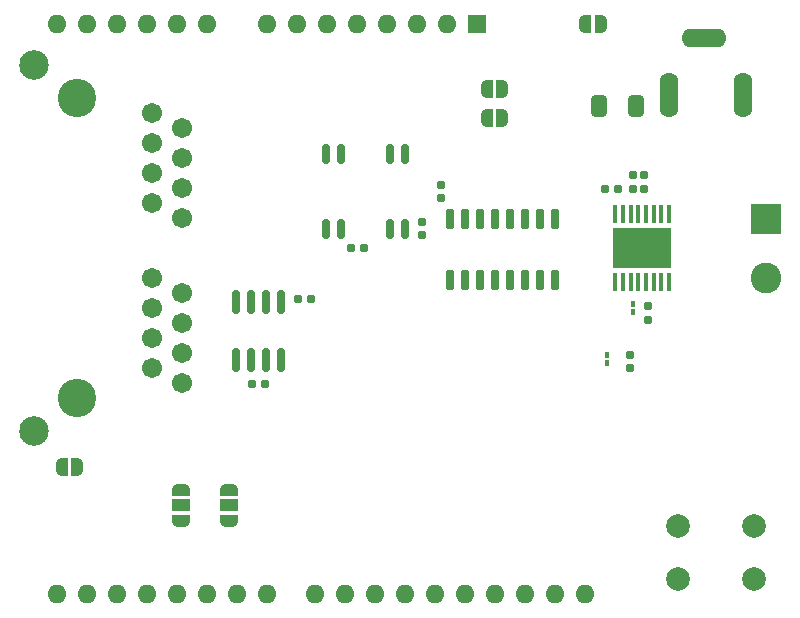
<source format=gbr>
%TF.GenerationSoftware,KiCad,Pcbnew,8.0.2*%
%TF.CreationDate,2024-05-15T23:10:15-05:00*%
%TF.ProjectId,Uno_R4_LCC_Shield,556e6f5f-5234-45f4-9c43-435f53686965,rev?*%
%TF.SameCoordinates,Original*%
%TF.FileFunction,Soldermask,Top*%
%TF.FilePolarity,Negative*%
%FSLAX46Y46*%
G04 Gerber Fmt 4.6, Leading zero omitted, Abs format (unit mm)*
G04 Created by KiCad (PCBNEW 8.0.2) date 2024-05-15 23:10:15*
%MOMM*%
%LPD*%
G01*
G04 APERTURE LIST*
G04 Aperture macros list*
%AMRoundRect*
0 Rectangle with rounded corners*
0 $1 Rounding radius*
0 $2 $3 $4 $5 $6 $7 $8 $9 X,Y pos of 4 corners*
0 Add a 4 corners polygon primitive as box body*
4,1,4,$2,$3,$4,$5,$6,$7,$8,$9,$2,$3,0*
0 Add four circle primitives for the rounded corners*
1,1,$1+$1,$2,$3*
1,1,$1+$1,$4,$5*
1,1,$1+$1,$6,$7*
1,1,$1+$1,$8,$9*
0 Add four rect primitives between the rounded corners*
20,1,$1+$1,$2,$3,$4,$5,0*
20,1,$1+$1,$4,$5,$6,$7,0*
20,1,$1+$1,$6,$7,$8,$9,0*
20,1,$1+$1,$8,$9,$2,$3,0*%
%AMFreePoly0*
4,1,19,0.500000,-0.750000,0.000000,-0.750000,0.000000,-0.744911,-0.071157,-0.744911,-0.207708,-0.704816,-0.327430,-0.627875,-0.420627,-0.520320,-0.479746,-0.390866,-0.500000,-0.250000,-0.500000,0.250000,-0.479746,0.390866,-0.420627,0.520320,-0.327430,0.627875,-0.207708,0.704816,-0.071157,0.744911,0.000000,0.744911,0.000000,0.750000,0.500000,0.750000,0.500000,-0.750000,0.500000,-0.750000,
$1*%
%AMFreePoly1*
4,1,19,0.000000,0.744911,0.071157,0.744911,0.207708,0.704816,0.327430,0.627875,0.420627,0.520320,0.479746,0.390866,0.500000,0.250000,0.500000,-0.250000,0.479746,-0.390866,0.420627,-0.520320,0.327430,-0.627875,0.207708,-0.704816,0.071157,-0.744911,0.000000,-0.744911,0.000000,-0.750000,-0.500000,-0.750000,-0.500000,0.750000,0.000000,0.750000,0.000000,0.744911,0.000000,0.744911,
$1*%
%AMFreePoly2*
4,1,19,0.550000,-0.750000,0.000000,-0.750000,0.000000,-0.744911,-0.071157,-0.744911,-0.207708,-0.704816,-0.327430,-0.627875,-0.420627,-0.520320,-0.479746,-0.390866,-0.500000,-0.250000,-0.500000,0.250000,-0.479746,0.390866,-0.420627,0.520320,-0.327430,0.627875,-0.207708,0.704816,-0.071157,0.744911,0.000000,0.744911,0.000000,0.750000,0.550000,0.750000,0.550000,-0.750000,0.550000,-0.750000,
$1*%
%AMFreePoly3*
4,1,19,0.000000,0.744911,0.071157,0.744911,0.207708,0.704816,0.327430,0.627875,0.420627,0.520320,0.479746,0.390866,0.500000,0.250000,0.500000,-0.250000,0.479746,-0.390866,0.420627,-0.520320,0.327430,-0.627875,0.207708,-0.704816,0.071157,-0.744911,0.000000,-0.744911,0.000000,-0.750000,-0.550000,-0.750000,-0.550000,0.750000,0.000000,0.750000,0.000000,0.744911,0.000000,0.744911,
$1*%
G04 Aperture macros list end*
%ADD10C,0.000000*%
%ADD11RoundRect,0.155000X-0.155000X0.212500X-0.155000X-0.212500X0.155000X-0.212500X0.155000X0.212500X0*%
%ADD12RoundRect,0.150000X-0.150000X0.662500X-0.150000X-0.662500X0.150000X-0.662500X0.150000X0.662500X0*%
%ADD13FreePoly0,0.000000*%
%ADD14FreePoly1,0.000000*%
%ADD15RoundRect,0.155000X0.212500X0.155000X-0.212500X0.155000X-0.212500X-0.155000X0.212500X-0.155000X0*%
%ADD16O,1.604000X3.804000*%
%ADD17O,3.804000X1.604000*%
%ADD18C,3.250000*%
%ADD19C,1.704000*%
%ADD20C,2.504000*%
%ADD21R,0.449999X1.500000*%
%ADD22R,5.000000X3.400001*%
%ADD23R,2.600000X2.600000*%
%ADD24C,2.600000*%
%ADD25RoundRect,0.155000X-0.212500X-0.155000X0.212500X-0.155000X0.212500X0.155000X-0.212500X0.155000X0*%
%ADD26RoundRect,0.075000X-0.075000X0.212500X-0.075000X-0.212500X0.075000X-0.212500X0.075000X0.212500X0*%
%ADD27RoundRect,0.250000X0.412500X0.650000X-0.412500X0.650000X-0.412500X-0.650000X0.412500X-0.650000X0*%
%ADD28FreePoly2,90.000000*%
%ADD29R,1.500000X1.000000*%
%ADD30FreePoly3,90.000000*%
%ADD31FreePoly0,180.000000*%
%ADD32FreePoly1,180.000000*%
%ADD33RoundRect,0.150000X0.150000X-0.725000X0.150000X0.725000X-0.150000X0.725000X-0.150000X-0.725000X0*%
%ADD34RoundRect,0.150000X0.150000X-0.825000X0.150000X0.825000X-0.150000X0.825000X-0.150000X-0.825000X0*%
%ADD35C,2.000000*%
%ADD36RoundRect,0.155000X0.155000X-0.212500X0.155000X0.212500X-0.155000X0.212500X-0.155000X-0.212500X0*%
%ADD37R,1.600000X1.600000*%
%ADD38O,1.600000X1.600000*%
G04 APERTURE END LIST*
D10*
%TO.C,U3*%
G36*
X153235399Y-41770945D02*
G01*
X153244629Y-41773744D01*
X153253133Y-41778290D01*
X153260591Y-41784409D01*
X153266710Y-41791867D01*
X153271256Y-41800371D01*
X153274055Y-41809601D01*
X153275000Y-41819200D01*
X153275000Y-44180800D01*
X153274055Y-44190399D01*
X153271256Y-44199629D01*
X153266710Y-44208133D01*
X153260591Y-44215591D01*
X153253133Y-44221710D01*
X153244629Y-44226256D01*
X153235399Y-44229055D01*
X153225800Y-44230000D01*
X149774200Y-44230000D01*
X149764601Y-44229055D01*
X149755371Y-44226256D01*
X149746867Y-44221710D01*
X149739409Y-44215591D01*
X149733290Y-44208133D01*
X149728744Y-44199629D01*
X149725945Y-44190399D01*
X149725000Y-44180800D01*
X149725000Y-41819200D01*
X149725945Y-41809601D01*
X149728744Y-41800371D01*
X149733290Y-41791867D01*
X149739409Y-41784409D01*
X149746867Y-41778290D01*
X149755371Y-41773744D01*
X149764601Y-41770945D01*
X149774200Y-41770000D01*
X153225800Y-41770000D01*
X153235399Y-41770945D01*
G37*
%TD*%
D11*
%TO.C,C3*%
X150700000Y-36832500D03*
X150700000Y-37967500D03*
%TD*%
%TO.C,C7*%
X150500000Y-52032500D03*
X150500000Y-53167500D03*
%TD*%
D12*
%TO.C,U1*%
X126035000Y-35012500D03*
X124765000Y-35012500D03*
X124765000Y-41387500D03*
X126035000Y-41387500D03*
%TD*%
D13*
%TO.C,JP2*%
X138350000Y-29500000D03*
D14*
X139650000Y-29500000D03*
%TD*%
D12*
%TO.C,U4*%
X131435000Y-35012500D03*
X130165000Y-35012500D03*
X130165000Y-41387500D03*
X131435000Y-41387500D03*
%TD*%
D15*
%TO.C,C6*%
X149467500Y-38000000D03*
X148332500Y-38000000D03*
%TD*%
D13*
%TO.C,JP4*%
X102350000Y-61500000D03*
D14*
X103650000Y-61500000D03*
%TD*%
D16*
%TO.C,J2*%
X153750000Y-30000000D03*
X160000000Y-30000000D03*
D17*
X156750000Y-25200000D03*
%TD*%
D18*
%TO.C,J1*%
X103680000Y-30300000D03*
X103680000Y-55700000D03*
D19*
X110030000Y-31570000D03*
X112570000Y-32840000D03*
X110030000Y-34110000D03*
X112570000Y-35380000D03*
X110030000Y-36650000D03*
X112570000Y-37920000D03*
X110030000Y-39190000D03*
X112570000Y-40460000D03*
X110030000Y-45540000D03*
X112570000Y-46810000D03*
X110030000Y-48080000D03*
X112570000Y-49350000D03*
X110030000Y-50620000D03*
X112570000Y-51890000D03*
X110030000Y-53160000D03*
X112570000Y-54430000D03*
D20*
X100000000Y-27500000D03*
X100000000Y-58500000D03*
%TD*%
D21*
%TO.C,U3*%
X149225001Y-45899999D03*
X149875002Y-45899999D03*
X150525001Y-45899999D03*
X151175002Y-45899999D03*
X151825001Y-45899999D03*
X152475002Y-45899999D03*
X153125001Y-45899999D03*
X153775002Y-45899999D03*
X153775002Y-40100001D03*
X153125001Y-40100001D03*
X152475002Y-40100001D03*
X151825001Y-40100001D03*
X151175002Y-40100001D03*
X150525001Y-40100001D03*
X149875002Y-40100001D03*
X149225001Y-40100001D03*
D22*
X151500000Y-43000000D03*
%TD*%
D15*
%TO.C,C12*%
X119567500Y-54500000D03*
X118432500Y-54500000D03*
%TD*%
D23*
%TO.C,J3*%
X162000000Y-40500000D03*
D24*
X162000000Y-45500000D03*
%TD*%
D25*
%TO.C,C1*%
X126832500Y-43000000D03*
X127967500Y-43000000D03*
%TD*%
D26*
%TO.C,R1*%
X150700000Y-47762500D03*
X150700000Y-48437500D03*
%TD*%
D25*
%TO.C,C8*%
X122365000Y-47300000D03*
X123500000Y-47300000D03*
%TD*%
D27*
%TO.C,C4*%
X150962500Y-31000000D03*
X147837500Y-31000000D03*
%TD*%
D26*
%TO.C,R2*%
X148500000Y-52000000D03*
X148500000Y-52675000D03*
%TD*%
D11*
%TO.C,C9*%
X132900000Y-40765000D03*
X132900000Y-41900000D03*
%TD*%
D28*
%TO.C,JP5*%
X116500000Y-66059439D03*
D29*
X116500000Y-64759439D03*
D30*
X116500000Y-63459439D03*
%TD*%
D31*
%TO.C,JP1*%
X148000000Y-24000000D03*
D32*
X146700000Y-24000000D03*
%TD*%
D33*
%TO.C,U2*%
X135210000Y-45650000D03*
X136480000Y-45650000D03*
X137750000Y-45650000D03*
X139020000Y-45650000D03*
X140290000Y-45650000D03*
X141560000Y-45650000D03*
X142830000Y-45650000D03*
X144100000Y-45650000D03*
X144100000Y-40500000D03*
X142830000Y-40500000D03*
X141560000Y-40500000D03*
X140290000Y-40500000D03*
X139020000Y-40500000D03*
X137750000Y-40500000D03*
X136480000Y-40500000D03*
X135210000Y-40500000D03*
%TD*%
D34*
%TO.C,U7*%
X117095000Y-52475000D03*
X118365000Y-52475000D03*
X119635000Y-52475000D03*
X120905000Y-52475000D03*
X120905000Y-47525000D03*
X119635000Y-47525000D03*
X118365000Y-47525000D03*
X117095000Y-47525000D03*
%TD*%
D35*
%TO.C,SW1*%
X161000000Y-71000000D03*
X154500000Y-71000000D03*
X161000000Y-66500000D03*
X154500000Y-66500000D03*
%TD*%
D36*
%TO.C,C2*%
X134500000Y-38767500D03*
X134500000Y-37632500D03*
%TD*%
D11*
%TO.C,C11*%
X152000000Y-47932500D03*
X152000000Y-49067500D03*
%TD*%
D13*
%TO.C,JP3*%
X138350000Y-32000000D03*
D14*
X139650000Y-32000000D03*
%TD*%
D28*
%TO.C,JP6*%
X112500000Y-66059439D03*
D29*
X112500000Y-64759439D03*
D30*
X112500000Y-63459439D03*
%TD*%
D36*
%TO.C,C5*%
X151700000Y-37967500D03*
X151700000Y-36832500D03*
%TD*%
D37*
%TO.C,A1*%
X137500000Y-24000000D03*
D38*
X134960000Y-24000000D03*
X132420000Y-24000000D03*
X129880000Y-24000000D03*
X127340000Y-24000000D03*
X124800000Y-24000000D03*
X122260000Y-24000000D03*
X119720000Y-24000000D03*
X114640000Y-24000000D03*
X112100000Y-24000000D03*
X109560000Y-24000000D03*
X107020000Y-24000000D03*
X104480000Y-24000000D03*
X101940000Y-24000000D03*
X101940000Y-72260000D03*
X104480000Y-72260000D03*
X107020000Y-72260000D03*
X109560000Y-72260000D03*
X112100000Y-72260000D03*
X114640000Y-72260000D03*
X117180000Y-72260000D03*
X119720000Y-72260000D03*
X123780000Y-72260000D03*
X126320000Y-72260000D03*
X128860000Y-72260000D03*
X131400000Y-72260000D03*
X133940000Y-72260000D03*
X136480000Y-72260000D03*
X139020000Y-72260000D03*
X141560000Y-72260000D03*
X144100000Y-72260000D03*
X146640000Y-72260000D03*
%TD*%
M02*

</source>
